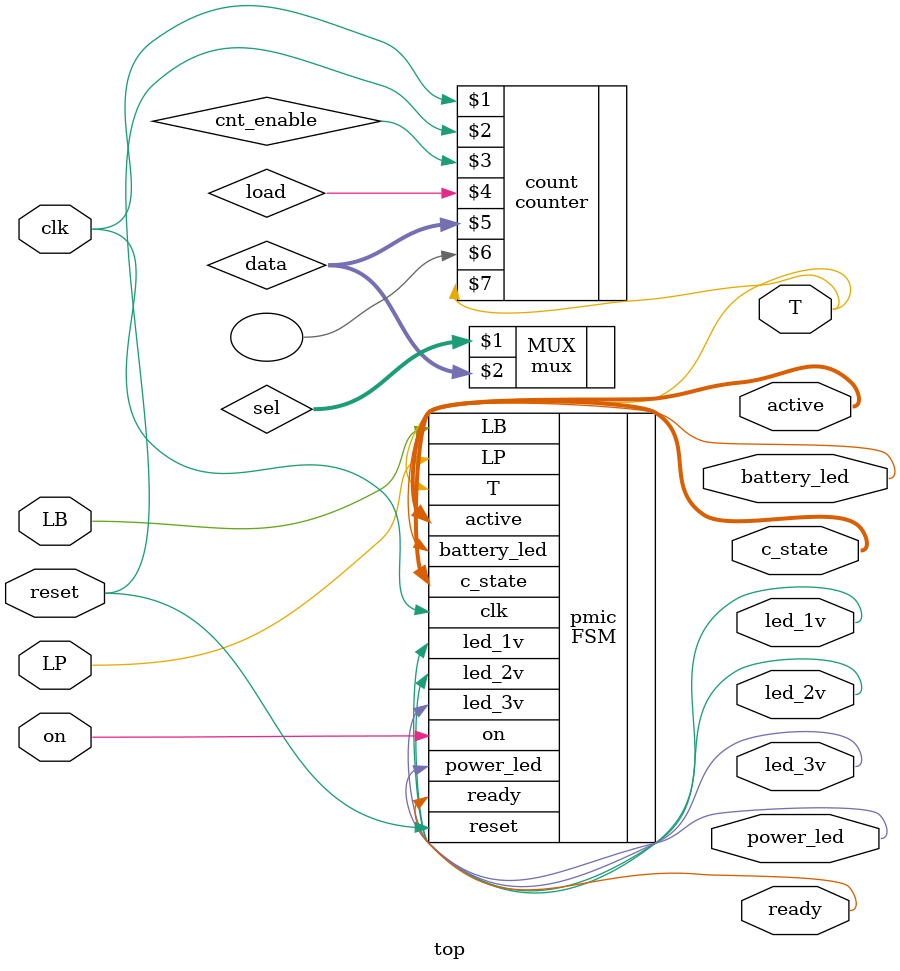
<source format=v>
`timescale 1ns / 1ps
module top(
input clk,
input reset,		//SW0
input LB,			//SW1
input LP,			//SW2
input on, 			//SW3
output ready,		//P3
output led_1v,		//N3
output led_2v,		//P1
output led_3v,		//L1
output power_led,	//V19
output battery_led,
output [4:0] c_state,
output [4:0] active,
output T	//W18	
);

	wire [27:0] data;
	wire [1:0] sel;
	wire load, cnt_enable;
	

	mux MUX(sel, data);

	counter count(clk, reset, cnt_enable, load, data, , T);

	FSM pmic(
	.clk(clk),
	.reset(reset),
	.on(on),
	.LB(LB),
	.LP(LP),
	.T(T),
	.ready(ready),
	.led_3v(led_3v),
	.led_2v(led_2v),
	.led_1v(led_1v),
	.power_led(power_led),
	.battery_led(battery_led),
	.c_state(c_state),
	.active(active)
	);
    
endmodule
</source>
